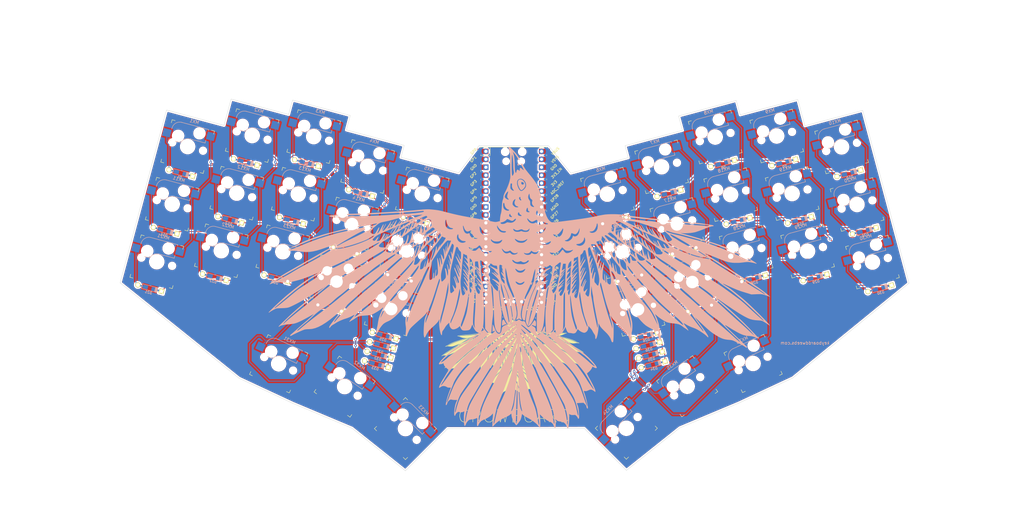
<source format=kicad_pcb>
(kicad_pcb (version 20211014) (generator pcbnew)
  (layers (0 "F.Cu" signal) (31 "B.Cu" signal) (34 "B.Paste" user) (35 "F.Paste" user) (36 "B.SilkS" user "B.Silkscreen") (37 "F.SilkS" user "F.Silkscreen") (38 "B.Mask" user) (39 "F.Mask" user) (44 "Edge.Cuts" user))
  (net 0 "")
  (net 1 "Net-(D1-Pad2)")
  (net 2 "Net-(D2-Pad2)")
  (net 3 "Net-(D3-Pad2)")
  (net 4 "Net-(D4-Pad2)")
  (net 5 "Net-(D5-Pad2)")
  (net 6 "Net-(D6-Pad2)")
  (net 7 "Net-(D7-Pad2)")
  (net 8 "Net-(D8-Pad2)")
  (net 9 "Net-(D9-Pad2)")
  (net 10 "Net-(D10-Pad2)")
  (net 11 "Net-(D11-Pad2)")
  (net 12 "Net-(D12-Pad2)")
  (net 13 "Net-(D13-Pad2)")
  (net 14 "Net-(D14-Pad2)")
  (net 15 "Net-(D15-Pad2)")
  (net 16 "Net-(D16-Pad2)")
  (net 17 "Net-(D17-Pad2)")
  (net 18 "Net-(D18-Pad2)")
  (net 19 "Net-(D19-Pad2)")
  (net 20 "Net-(D20-Pad2)")
  (net 21 "Net-(D21-Pad2)")
  (net 22 "Net-(D22-Pad2)")
  (net 23 "Net-(D23-Pad2)")
  (net 24 "Net-(D24-Pad2)")
  (net 25 "Net-(D25-Pad2)")
  (net 26 "Net-(D26-Pad2)")
  (net 27 "Net-(D27-Pad2)")
  (net 28 "Net-(D28-Pad2)")
  (net 29 "Net-(D29-Pad2)")
  (net 30 "Net-(D30-Pad2)")
  (net 31 "Net-(D31-Pad2)")
  (net 32 "Net-(D32-Pad2)")
  (net 33 "Net-(D33-Pad2)")
  (net 34 "Net-(D34-Pad2)")
  (net 35 "Net-(D35-Pad2)")
  (net 36 "Net-(D36-Pad2)")
  (net 66 "ROW0")
  (net 67 "ROW1")
  (net 68 "ROW2")
  (net 69 "ROW3")
  (net 70 "COL0")
  (net 71 "COL1")
  (net 72 "COL2")
  (net 73 "COL3")
  (net 74 "COL4")
  (net 75 "COL5")
  (net 76 "COL6")
  (net 77 "COL7")
  (net 78 "COL8")
  (net 79 "COL9")
  (footprint "keyswitches:Kailh_socket_MX" (layer "F.Cu") (at 92.544629 88.346139 -15)
    (fp_text reference "MX24")
    (fp_text value "MX-NoLED")
  )
  (footprint "Keebio-Parts:Diode-Hybrid-Back" (layer "F.Cu") (at 37.807177 72.035781 -15)
    (fp_text reference "D11")
    (fp_text value "D_Small" hide)
  )
  (footprint "Keebio-Parts:Diode-Hybrid-Back" (layer "F.Cu") (at 198.625196 60.088103 15)
    (fp_text reference "D7")
    (fp_text value "D_Small" hide)
  )
  (footprint "keyswitches:Kailh_socket_MX" (layer "F.Cu") (at 65.603861 41.683359 -15)
    (fp_text reference "MX2")
    (fp_text value "MX-NoLED")
  )
  (footprint "Keebio-Parts:Diode-Hybrid-Back" (layer "F.Cu") (at 261.018173 72.131221 15)
    (fp_text reference "D20")
    (fp_text value "D_Small" hide)
  )
  (footprint "keyswitches:Kailh_socket_MX" (layer "F.Cu") (at 223.285982 78.954529 15)
    (fp_text reference "MX28")
    (fp_text value "MX-NoLED")
  )
  (footprint "Keebio-Parts:Diode-Hybrid-Back" (layer "F.Cu") (at 100.200154 59.992663 -15)
    (fp_text reference "D4")
    (fp_text value "D_Small" hide)
  )
  (footprint "Keebio-Parts:Diode-Hybrid-Back" (layer "F.Cu") (at 112.64335 87.157571 -15)
    (fp_text reference "D15")
    (fp_text value "D_Small" hide)
  )
  (footprint "Keebio-Parts:Diode-Hybrid-Back" (layer "F.Cu") (at 107.712848 105.558458 -15)
    (fp_text reference "D25")
    (fp_text value "D_Small" hide)
  )
  (footprint "keyswitches:Kailh_socket_MX" (layer "F.Cu") (at 40.06699 63.602042 -15)
    (fp_text reference "MX11")
    (fp_text value "MX-NoLED")
  )
  (footprint "Keebio-Parts:Diode-Hybrid-Back" (layer "F.Cu") (at 203.555698 78.48899 15)
    (fp_text reference "D17")
    (fp_text value "D_Small" hide)
  )
  (footprint "Keebio-Parts:Diode-Hybrid-Back" (layer "F.Cu") (at 240.357472 68.627984 15)
    (fp_text reference "D19")
    (fp_text value "D_Small" hide)
  )
  (footprint "keyswitches:Kailh_socket_MX" (layer "F.Cu") (at 85.237373 42.01364 -15)
    (fp_text reference "MX3")
    (fp_text value "MX-NoLED")
  )
  (footprint "Keebio-Parts:Diode-Hybrid-Back" (layer "F.Cu") (at 95.269651 78.39355 -15)
    (fp_text reference "D14")
    (fp_text value "D_Small" hide)
  )
  (footprint "Keebio-Parts:Diode-Hybrid-Back" (layer "F.Cu") (at 73.170887 87.263712 -15)
    (fp_text reference "D23")
    (fp_text value "D_Small" hide)
  )
  (footprint "keyswitches:Kailh_socket_MX" (layer "F.Cu") (at 201.187218 70.084367 15)
    (fp_text reference "MX17")
    (fp_text value "MX-NoLED")
  )
  (footprint "keyswitches:Kailh_socket_MX" (layer "F.Cu") (at 204.476745 121.794971 35)
    (fp_text reference "MX35")
    (fp_text value "MX-NoLED")
  )
  (footprint "Keebio-Parts:Diode-Hybrid-Back" (layer "F.Cu") (at 220.72396 68.958265 15)
    (fp_text reference "D18")
    (fp_text value "D_Small" hide)
  )
  (footprint "Keebio-Parts:Diode-Hybrid-Back" (layer "F.Cu") (at 58.467877 68.532544 -15)
    (fp_text reference "D12")
    (fp_text value "D_Small" hide)
  )
  (footprint "keyswitches:Kailh_socket_MX" (layer "F.Cu") (at 35.136488 82.002929 -15)
    (fp_text reference "MX21")
    (fp_text value "MX-NoLED")
  )
  (footprint "Keebio-Parts:Diode-Hybrid-Back" (layer "F.Cu") (at 53.537375 86.933431 -15)
    (fp_text reference "D22")
    (fp_text value "D_Small" hide)
  )
  (footprint "Keebio-Parts:Diode-Hybrid-Back" (layer "F.Cu") (at 90.339149 96.794437 -15)
    (fp_text reference "D24")
    (fp_text value "D_Small" hide)
  )
  (footprint "Keebio-Parts:Diode-Hybrid-Back" (layer "F.Cu") (at 82.917189 50.431204 -15)
    (fp_text reference "D3")
    (fp_text value "D_Small" hide)
  )
  (footprint "Keebio-Parts:Diode-Hybrid-Back" (layer "F.Cu") (at 32.876674 90.436668 -15)
    (fp_text reference "D21")
    (fp_text value "D_Small" hide)
  )
  (footprint "keyswitches:Kailh_socket_MX" (layer "F.Cu") (at 233.058489 41.822474 15)
    (fp_text reference "MX9")
    (fp_text value "MX-NoLED")
  )
  (footprint "keyswitches:Kailh_socket_MX" (layer "F.Cu") (at 55.742855 78.485133 -15)
    (fp_text reference "MX22")
    (fp_text value "MX-NoLED")
  )
  (footprint "keyswitches:Kailh_socket_MX" (layer "F.Cu") (at 44.997493 45.201155 -15)
    (fp_text reference "MX1")
    (fp_text value "MX-NoLED")
  )
  (footprint "keyswitches:Kailh_socket_MX" (layer "F.Cu") (at 188.798355 97.234716 15)
    (fp_text reference "MX26")
    (fp_text value "MX-NoLED")
  )
  (footprint "keyswitches:Kailh_socket_MX" (layer "F.Cu") (at 114.528634 135.324258 -45)
    (fp_text reference "MX33")
    (fp_text value "MX-NoLED")
  )
  (footprint "keyswitches:Kailh_socket_MX" (layer "F.Cu") (at 119.888 60.337503 -15)
    (fp_text reference "MX5")
    (fp_text value "MX-NoLED")
  )
  (footprint "Keebio-Parts:Diode-Hybrid-Back" (layer "F.Cu") (at 181.251497 68.852123 15)
    (fp_text reference "D6")
    (fp_text value "D_Small" hide)
  )
  (footprint "Keebio-Parts:Diode-Hybrid-Back" (layer "F.Cu") (at 42.804087 53.652688 -15)
    (fp_text reference "D1")
    (fp_text value "D_Small" hide)
  )
  (footprint "keyswitches:Kailh_socket_MX" (layer "F.Cu") (at 263.634529 82.112927 15)
    (fp_text reference "MX30")
    (fp_text value "MX-NoLED")
  )
  (footprint "keyswitches:Kailh_socket_MX" (layer "F.Cu") (at 253.773523 45.311153 15)
    (fp_text reference "MX10")
    (fp_text value "MX-NoLED")
  )
  (footprint "keyswitches:Kailh_socket_MX" (layer "F.Cu") (at 178.991683 60.418384 15)
    (fp_text reference "MX6")
    (fp_text value "MX-NoLED")
  )
  (footprint "keyswitches:Kailh_socket_MX" (layer "F.Cu") (at 97.475132 69.945252 -15)
    (fp_text reference "MX14")
    (fp_text value "MX-NoLED")
  )
  (footprint "Keebio-Parts:Diode-Hybrid-Back" (layer "F.Cu") (at 191.934253 108.720712 15)
    (fp_text reference "D36")
    (fp_text value "D_Small" hide)
  )
  (footprint "keyswitches:Kailh_socket_MX" (layer "F.Cu") (at 183.867852 78.833829 15)
    (fp_text reference "MX16")
    (fp_text value "MX-NoLED")
  )
  (footprint "keyswitches:Kailh_socket_MX" (layer "F.Cu") (at 75.376368 78.815414 -15)
    (fp_text reference "MX23")
    (fp_text value "MX-NoLED")
  )
  (footprint "keyswitches:Kailh_socket_MX" (layer "F.Cu") (at 80.306871 60.414527 -15)
    (fp_text reference "MX13")
    (fp_text value "MX-NoLED")
  )
  (footprint "keyswitches:Kailh_socket_MX" (layer "F.Cu") (at 237.988992 60.223361 15)
    (fp_text reference "MX19")
    (fp_text value "MX-NoLED")
  )
  (footprint "keyswitches:Kailh_socket_MX" (layer "F.Cu") (at 95.115308 121.904969 -35)
    (fp_text reference "MX32")
    (fp_text value "MX-NoLED")
  )
  (footprint "MCU_RaspberryPi_and_Boards:RPi_Pico_SMD_TH" (layer "F.Cu") (at 149.098 70.866)
    (fp_text reference "U1")
    (fp_text value "Pico")
  )
  (footprint "Keebio-Parts:Diode-Hybrid-Back" (layer "F.Cu") (at 193.577754 114.854341 15)
    (fp_text reference "D34")
    (fp_text value "D_Small" hide)
  )
  (footprint "Keebio-Parts:Diode-Hybrid-Back" (layer "F.Cu") (at 191.112502 105.653897 15)
    (fp_text reference "D26")
    (fp_text value "D_Small" hide)
  )
  (footprint "keyswitches:Kailh_socket_MX" (layer "F.Cu") (at 185.06342 135.21426 45)
    (fp_text reference "MX34")
    (fp_text value "MX-NoLED")
  )
  (footprint "keyswitches:Kailh_socket_MX" (layer "F.Cu") (at 114.903164 78.723831 -15)
    (fp_text reference "MX15")
    (fp_text value "MX-NoLED")
  )
  (footprint "keyswitches:Kailh_socket_MX" (layer "F.Cu") (at 196.311048 51.668921 15)
    (fp_text reference "MX7")
    (fp_text value "MX-NoLED")
  )
  (footprint "keyswitches:Kailh_socket_MX" (layer "F.Cu") (at 109.972661 97.124718 -15)
    (fp_text reference "MX25")
    (fp_text value "MX-NoLED")
  )
  (footprint "Keebio-Parts:Diode-Hybrid-Back" (layer "F.Cu") (at 208.486201 96.889877 15)
    (fp_text reference "D27")
    (fp_text value "D_Small" hide)
  )
  (footprint "Keebio-Parts:Diode-Hybrid-Back" (layer "F.Cu") (at 245.287975 87.028871 15)
    (fp_text reference "D29")
    (fp_text value "D_Small" hide)
  )
  (footprint "Keebio-Parts:Diode-Hybrid-Back" (layer "F.Cu") (at 63.39838 50.131657 -15)
    (fp_text reference "D2")
    (fp_text value "D_Small" hide)
  )
  (footprint "Keebio-Parts:Diode-Hybrid-Back" (layer "F.Cu") (at 105.255814 114.728233 -15)
    (fp_text reference "D33")
    (fp_text value "D_Small" hide)
  )
  (footprint "keyswitches:Kailh_socket_MX" (layer "F.Cu") (at 258.704026 63.71204 15)
    (fp_text reference "MX20")
    (fp_text value "MX-NoLED")
  )
  (footprint "crow:crow50" (layer "F.Cu") (at 147.175 111.1)
    (fp_text reference "G***")
    (fp_text value "LOGO" hide)
  )
  (footprint "keyswitches:Kailh_socket_MX" (layer "F.Cu") (at 102.459968 51.558923 -15)
    (fp_text reference "MX4")
    (fp_text value "MX-NoLED")
  )
  (footprint "Keebio-Parts:Diode-Hybrid-Back" (layer "F.Cu") (at 235.312266 50.257832 15)
    (fp_text reference "D9")
    (fp_text value "D_Small" hide)
  )
  (footprint "keyswitches:Kailh_socket_MX" (layer "F.Cu") (at 206.117721 88.485254 15)
    (fp_text reference "MX27")
    (fp_text value "MX-NoLED")
  )
  (footprint "keyswitches:Kailh_socket_MX" (layer "F.Cu") (at 225.533571 114.50931 25)
    (fp_text reference "MX36")
    (fp_text value "MX-NoLED")
  )
  (footprint "Keebio-Parts:Diode-Hybrid-Back" (layer "F.Cu") (at 186.182 87.25301 15)
    (fp_text reference "D16")
    (fp_text value "D_Small" hide)
  )
  (footprint "Keebio-Parts:Diode-Hybrid-Back" (layer "F.Cu") (at 225.654463 87.359152 15)
    (fp_text reference "D28")
    (fp_text value "D_Small" hide)
  )
  (footprint "Keebio-Parts:Diode-Hybrid-Back" (layer "F.Cu") (at 265.948676 90.532108 15)
    (fp_text reference "D30")
    (fp_text value "D_Small" hide)
  )
  (footprint "Keebio-Parts:Diode-Hybrid-Back" (layer "F.Cu") (at 256.08767 53.730334 15)
    (fp_text reference "D10")
    (fp_text value "D_Small" hide)
  )
  (footprint "keyswitches:Kailh_socket_MX" (layer "F.Cu") (at 213.424976 42.152755 15)
    (fp_text reference "MX8")
    (fp_text value "MX-NoLED")
  )
  (footprint "Keebio-Parts:Diode-Hybrid-Back" (layer "F.Cu") (at 215.793457 50.557378 15)
    (fp_text reference "D8")
    (fp_text value "D_Small" hide)
  )
  (footprint "keyswitches:Kailh_socket_MX" (layer "F.Cu") (at 242.919495 78.624248 15)
    (fp_text reference "MX29")
    (fp_text value "MX-NoLED")
  )
  (footprint "Keebio-Parts:Diode-Hybrid-Back" (layer "F.Cu") (at 106.077564 111.661419 -15)
    (fp_text reference "D32")
    (fp_text value "D_Small" hide)
  )
  (footprint "Keebio-Parts:Diode-Hybrid-Back" (layer "F.Cu") (at 78.10139 68.862825 -15)
    (fp_text reference "D13")
    (fp_text value "D_Small" hide)
  )
  (footprint "Keebio-Parts:Diode-Hybrid-Back" (layer "F.Cu") (at 192.756003 111.787526 15)
    (fp_text reference "D35")
    (fp_text value "D_Small" hide)
  )
  (footprint "Keebio-Parts:Diode-Hybrid-Back" (layer "F.Cu") (at 106.891097 108.625272 -15)
    (fp_text reference "D31")
    (fp_text value "D_Small" hide)
  )
  (footprint "Keebio-Parts:Diode-Hybrid-Back" (layer "F.Cu") (at 117.573853 68.756684 -15)
    (fp_text reference "D5")
    (fp_text value "D_Small" hide)
  )
  (footprint "keyswitches:Kailh_socket_MX" (layer "F.Cu") (at 60.673358 60.084246 -15)
    (fp_text reference "MX12")
    (fp_text value "MX-NoLED")
  )
  (footprint "keyswitches:Kailh_socket_MX" (layer "F.Cu") (at 218.355479 60.553642 15)
    (fp_text reference "MX18")
    (fp_text value "MX-NoLED")
  )
  (footprint "keyswitches:Kailh_socket_MX" (layer "F.Cu") (at 74.058482 114.619308 -25)
    (fp_text reference "MX31")
    (fp_text value "MX-NoLED")
  )
  (footprint "crow:crow175" (layer "B.Cu") (at 156.464 89.408 180)
    (fp_text reference "G***")
    (fp_text value "LOGO" hide)
  )
  (gr_line (start 58.875 30.025) (end 77.25 34.95) (layer "Edge.Cuts") (width 0.1))
  (gr_line (start 171.6 135.225) (end 128 135.325) (layer "Edge.Cuts") (width 0.1))
  (gr_line (start 97.45 135.175) (end 78.65 127.275) (layer "Edge.Cuts") (width 0.1))
  (gr_line (start 77.25 34.95) (end 78.5 30.35) (layer "Edge.Cuts") (width 0.1))
  (gr_line (start 201.75 35.425) (end 202.975 40.025) (layer "Edge.Cuts") (width 0.1))
  (gr_line (start 38.25 33.525) (end 56.625 38.45) (layer "Edge.Cuts") (width 0.1))
  (gr_line (start 202.125 135.075) (end 185.075 148.675) (layer "Edge.Cuts") (width 0.1))
  (gr_line (start 239.8 30.175) (end 221.4 35.075) (layer "Edge.Cuts") (width 0.1))
  (gr_line (start 220.15 30.475) (end 201.75 35.425) (layer "Edge.Cuts") (width 0.1))
  (gr_line (start 138.05 44.875) (end 131.55 53.6) (layer "Edge.Cuts") (width 0.1))
  (gr_line (start 114.125 44.825) (end 113.1 48.65) (layer "Edge.Cuts") (width 0.1))
  (gr_line (start 113.1 48.65) (end 131.55 53.6) (layer "Edge.Cuts") (width 0.1))
  (gr_line (start 242.05 38.575) (end 239.8 30.175) (layer "Edge.Cuts") (width 0.1))
  (gr_line (start 23.45 88.75) (end 38.25 33.525) (layer "Edge.Cuts") (width 0.1))
  (gr_line (start 185.675 48.775) (end 167.325 53.7) (layer "Edge.Cuts") (width 0.1))
  (gr_line (start 128 135.325) (end 114.525 148.8) (layer "Edge.Cuts") (width 0.1))
  (gr_line (start 260.525 33.65) (end 275.3 88.85) (layer "Edge.Cuts") (width 0.1))
  (gr_line (start 238.2 119.125) (end 220.925 127.175) (layer "Edge.Cuts") (width 0.1))
  (gr_line (start 78.65 127.275) (end 61.4 119.225) (layer "Edge.Cuts") (width 0.1))
  (gr_line (start 56.625 38.45) (end 58.875 30.025) (layer "Edge.Cuts") (width 0.1))
  (gr_line (start 184.65 44.925) (end 185.675 48.775) (layer "Edge.Cuts") (width 0.1))
  (gr_line (start 95.675 39.9) (end 114.125 44.825) (layer "Edge.Cuts") (width 0.1))
  (gr_line (start 114.525 148.8) (end 97.45 135.175) (layer "Edge.Cuts") (width 0.1))
  (gr_line (start 275.3 88.85) (end 238.2 119.125) (layer "Edge.Cuts") (width 0.1))
  (gr_line (start 78.5 30.35) (end 96.9 35.275) (layer "Edge.Cuts") (width 0.1))
  (gr_line (start 220.925 127.175) (end 202.125 135.075) (layer "Edge.Cuts") (width 0.1))
  (gr_line (start 96.9 35.275) (end 95.675 39.9) (layer "Edge.Cuts") (width 0.1))
  (gr_line (start 61.4 119.225) (end 23.45 88.75) (layer "Edge.Cuts") (width 0.1))
  (gr_line (start 185.075 148.675) (end 171.6 135.225) (layer "Edge.Cuts") (width 0.1))
  (gr_line (start 202.975 40.025) (end 184.65 44.925) (layer "Edge.Cuts") (width 0.1))
  (gr_line (start 260.525 33.65) (end 242.05 38.575) (layer "Edge.Cuts") (width 0.1))
  (gr_line (start 221.4 35.075) (end 220.15 30.475) (layer "Edge.Cuts") (width 0.1))
  (gr_line (start 160.175 44.875) (end 138.05 44.875) (layer "Edge.Cuts") (width 0.1))
  (gr_line (start 167.325 53.7) (end 160.175 44.875) (layer "Edge.Cuts") (width 0.1))
  (gr_text "keyboarddweebs.com" (at 242.062 107.95) (layer "B.SilkS") (effects (font (size 1 1)) (justify mirror)))
  (gr_text "CROWBOARD" (at 149.3 131.375) (layer "F.SilkS") (effects (font (size 4 4))))
  (segment (start 39.036976 44.565748) (end 39.036976 52.643294) (width 0.25) (layer "B.Cu") (net 1))
  (segment (start 38.352494 40.791031) (end 38.352494 43.881266) (width 0.25) (layer "B.Cu") (net 1))
  (segment (start 38.352494 43.881266) (end 39.036976 44.565748) (width 0.25) (layer "B.Cu") (net 1))
  (segment (start 58.958862 48.449856) (end 59.631269 49.122263) (width 0.25) (layer "B.Cu") (net 2))
  (segment (start 58.958862 37.273235) (end 58.958862 48.449856) (width 0.25) (layer "B.Cu") (net 2))
  (segment (start 78.592374 37.603516) (end 78.592374 48.864106) (width 0.25) (layer "B.Cu") (net 3))
  (segment (start 78.592374 48.864106) (end 79.150078 49.42181) (width 0.25) (layer "B.Cu") (net 3))
  (segment (start 95.814969 58.365195) (end 96.433043 58.983269) (width 0.25) (layer "B.Cu") (net 4))
  (segment (start 95.814969 47.148799) (end 95.814969 58.365195) (width 0.25) (layer "B.Cu") (net 4))
  (segment (start 113.243001 55.927379) (end 113.243001 67.183549) (width 0.25) (layer "B.Cu") (net 5))
  (segment (start 113.243001 67.183549) (end 113.806742 67.74729) (width 0.25) (layer "B.Cu") (net 5))
  (segment (start 171.031883 63.409014) (end 177.484386 69.861517) (width 0.25) (layer "B.Cu") (net 6))
  (segment (start 171.031883 59.921604) (end 171.031883 63.409014) (width 0.25) (layer "B.Cu") (net 6))
  (segment (start 188.351248 54.59066) (end 194.858085 61.097497) (width 0.25) (layer "B.Cu") (net 7))
  (segment (start 188.351248 51.172141) (end 188.351248 54.59066) (width 0.25) (layer "B.Cu") (net 7))
  (segment (start 205.465176 45.005602) (end 212.026346 51.566772) (width 0.25) (layer "B.Cu") (net 8))
  (segment (start 205.465176 41.655975) (end 205.465176 45.005602) (width 0.25) (layer "B.Cu") (net 8))
  (segment (start 225.098689 41.325694) (end 225.098689 44.82076) (width 0.25) (layer "B.Cu") (net 9))
  (segment (start 225.098689 44.82076) (end 231.545155 51.267226) (width 0.25) (layer "B.Cu") (net 9))
  (segment (start 245.813723 48.232892) (end 252.320559 54.739728) (width 0.25) (layer "B.Cu") (net 10))
  (segment (start 245.813723 44.814373) (end 245.813723 48.232892) (width 0.25) (layer "B.Cu") (net 10))
  (segment (start 33.421991 59.191918) (end 33.421991 70.408312) (width 0.25) (layer "B.Cu") (net 11))
  (segment (start 33.421991 70.408312) (end 34.040066 71.026387) (width 0.25) (layer "B.Cu") (net 11))
  (segment (start 54.028359 55.674122) (end 54.028359 66.850743) (width 0.25) (layer "B.Cu") (net 12))
  (segment (start 54.028359 66.850743) (end 54.700766 67.52315) (width 0.25) (layer "B.Cu") (net 12))
  (segment (start 73.661872 56.004403) (end 73.661872 67.181024) (width 0.25) (layer "B.Cu") (net 13))
  (segment (start 73.661872 67.181024) (end 74.334279 67.853431) (width 0.25) (layer "B.Cu") (net 13))
  (segment (start 90.830133 76.711749) (end 91.50254 77.384156) (width 0.25) (layer "B.Cu") (net 14))
  (segment (start 90.830133 65.535128) (end 90.830133 76.711749) (width 0.25) (layer "B.Cu") (net 14))
  (segment (start 108.258165 85.530103) (end 108.876239 86.148177) (width 0.25) (layer "B.Cu") (net 15))
  (segment (start 108.258165 74.313707) (end 108.258165 85.530103) (width 0.25) (layer "B.Cu") (net 15))
  (segment (start 175.908052 78.337049) (end 175.908052 81.755567) (width 0.25) (layer "B.Cu") (net 16))
  (segment (start 175.908052 81.755567) (end 182.414889 88.262404) (width 0.25) (layer "B.Cu") (net 16))
  (segment (start 199.788587 77.442851) (end 199.788587 79.498384) (width 0.25) (layer "B.Cu") (net 17))
  (segment (start 193.227418 69.587587) (end 193.227418 70.881682) (width 0.25) (layer "B.Cu") (net 17))
  (segment (start 193.227418 70.881682) (end 199.788587 77.442851) (width 0.25) (layer "B.Cu") (net 17))
  (segment (start 210.395679 63.406489) (end 216.956849 69.967659) (width 0.25) (layer "B.Cu") (net 18))
  (segment (start 210.395679 60.056862) (end 210.395679 63.406489) (width 0.25) (layer "B.Cu") (net 18))
  (segment (start 230.029192 63.076209) (end 236.590361 69.637378) (width 0.25) (layer "B.Cu") (net 19))
  (segment (start 230.029192 59.726581) (end 230.029192 63.076209) (width 0.25) (layer "B.Cu") (net 19))
  (segment (start 250.744226 63.21526) (end 250.744226 66.633779) (width 0.25) (layer "B.Cu") (net 20))
  (segment (start 250.744226 66.633779) (end 257.251062 73.140615) (width 0.25) (layer "B.Cu") (net 20))
  (segment (start 28.491489 77.592805) (end 28.491489 88.8092) (width 0.25) (layer "B.Cu") (net 21))
  (segment (start 28.491489 88.8092) (end 29.109563 89.427274) (width 0.25) (layer "B.Cu") (net 21))
  (segment (start 49.097856 74.075009) (end 49.097856 85.251629) (width 0.25) (layer "B.Cu") (net 22))
  (segment (start 49.097856 85.251629) (end 49.770264 85.924037) (width 0.25) (layer "B.Cu") (net 22))
  (segment (start 68.731369 85.581911) (end 69.403776 86.254318) (width 0.25) (layer "B.Cu") (net 23))
  (segment (start 68.731369 74.40529) (end 68.731369 85.581911) (width 0.25) (layer "B.Cu") (net 23))
  (segment (start 85.89963 83.936015) (end 85.89963 95.112635) (width 0.25) (layer "B.Cu") (net 24))
  (segment (start 85.89963 95.112635) (end 86.572038 95.785043) (width 0.25) (layer "B.Cu") (net 24))
  (segment (start 103.327662 92.714594) (end 103.327662 103.930989) (width 0.25) (layer "B.Cu") (net 25))
  (segment (start 103.327662 103.930989) (end 103.945737 104.549064) (width 0.25) (layer "B.Cu") (net 25))
  (segment (start 180.838555 100.156455) (end 187.345391 106.663291) (width 0.25) (layer "B.Cu") (net 26))
  (segment (start 180.838555 96.737936) (end 180.838555 100.156455) (width 0.25) (layer "B.Cu") (net 26))
  (segment (start 198.157921 91.338102) (end 204.71909 97.899271) (width 0.25) (layer "B.Cu") (net 27))
  (segment (start 198.157921 87.988474) (end 198.157921 91.338102) (width 0.25) (layer "B.Cu") (net 27))
  (segment (start 215.326182 78.457749) (end 215.326182 81.807376) (width 0.25) (layer "B.Cu") (net 28))
  (segment (start 215.326182 81.807376) (end 221.887352 88.368546) (width 0.25) (layer "B.Cu") (net 28))
  (segment (start 234.959695 81.477096) (end 241.520864 88.038265) (width 0.25) (layer "B.Cu") (net 29))
  (segment (start 234.959695 78.127468) (end 234.959695 81.477096) (width 0.25) (layer "B.Cu") (net 29))
  (segment (start 255.674729 81.616147) (end 255.674729 85.034666) (width 0.25) (layer "B.Cu") (net 30))
  (segment (start 255.674729 85.034666) (end 262.181565 91.541502) (width 0.25) (layer "B.Cu") (net 30))
  (segment (start 68.280246 109.122292) (end 69.78666 107.615878) (width 0.25) (layer "B.Cu") (net 31))
  (segment (start 69.78666 107.615878) (end 103.123986 107.615878) (width 0.25) (layer "B.Cu") (net 31))
  (segment (start 92.58 108.065398) (end 99.723826 108.065398) (width 0.25) (layer "B.Cu") (net 32))
  (segment (start 90.379403 110.265995) (end 92.58 108.065398) (width 0.25) (layer "B.Cu") (net 32))
  (segment (start 99.723826 108.065398) (end 102.310453 110.652025) (width 0.25) (layer "B.Cu") (net 32))
  (segment (start 90.379403 115.488085) (end 90.379403 110.265995) (width 0.25) (layer "B.Cu") (net 32))
  (segment (start 110.978958 128.18248) (end 110.978958 126.414713) (width 0.25) (layer "B.Cu") (net 33))
  (segment (start 110.978958 126.414713) (end 101.488703 116.924458) (width 0.25) (layer "B.Cu") (net 33))
  (segment (start 101.488703 116.924458) (end 101.488703 113.718839) (width 0.25) (layer "B.Cu") (net 33))
  (segment (start 177.921642 138.763936) (end 177.921642 127.752736) (width 0.25) (layer "B.Cu") (net 34))
  (segment (start 177.921642 127.752736) (end 189.810643 115.863735) (width 0.25) (layer "B.Cu") (net 34))
  (segment (start 187.54989 117.09989) (end 187.54989 117.80989) (width 0.25) (layer "F.Cu") (net 35))
  (segment (start 187.54989 117.80989) (end 188.25 118.51) (width 0.25) (layer "F.Cu") (net 35))
  (via (at 187.54989 117.09989) (size 0.8) (drill 0.4) (layers "F.Cu" "B.Cu") (net 35))
  (via (at 188.25 118.51) (size 0.8) (drill 0.4) (layers "F.Cu" "B.Cu") (net 35))
  (segment (start 187.54989 114.235922) (end 187.54989 117.09989) (width 0.25) (layer "B.Cu") (net 35))
  (segment (start 188.988892 112.79692) (end 187.54989 114.235922) (width 0.25) (layer "B.Cu") (net 35))
  (segment (start 193.790563 124.050563) (end 196.827071 124.050563) (width 0.25) (layer "B.Cu") (net 35))
  (segment (start 188.25 118.51) (end 193.790563 124.050563) (width 0.25) (layer "B.Cu") (net 35))
  (segment (start 186.49489 118.15489) (end 186.49489 118.60489) (width 0.25) (layer "F.Cu") (net 36))
  (segment (start 186.49489 118.60489) (end 187.294488 119.404488) (width 0.25) (layer "F.Cu") (net 36))
  (via (at 186.49489 118.15489) (size 0.8) (drill 0.4) (layers "F.Cu" "B.Cu") (net 36))
  (via (at 187.294488 119.404488) (size 0.8) (drill 0.4) (layers "F.Cu" "B.Cu") (net 36))
  (segment (start 187.464465 119.234511) (end 188.338793 119.234511) (width 0.25) (layer "B.Cu") (net 36))
  (segment (start 188.338793 119.234511) (end 199.854282 130.75) (width 0.25) (layer "B.Cu") (net 36))
  (segment (start 204.03 130.75) (end 217.608434 117.171566) (width 0.25) (layer "B.Cu") (net 36))
  (segment (start 188.167142 109.730106) (end 186.49489 111.402358) (width 0.25) (layer "B.Cu") (net 36))
  (segment (start 186.49489 111.402358) (end 186.49489 118.15489) (width 0.25) (layer "B.Cu") (net 36))
  (segment (start 199.854282 130.75) (end 204.03 130.75) (width 0.25) (layer "B.Cu") (net 36))
  (segment (start 217.608434 117.171566) (end 217.608434 115.402282) (width 0.25) (layer "B.Cu") (net 36))
  (segment (start 187.294488 119.404488) (end 187.464465 119.234511) (width 0.25) (layer "B.Cu") (net 36))
  (segment (start 121.340964 69.766078) (end 121.340964 75.197986) (width 0.25) (layer "F.Cu") (net 66))
  (segment (start 149.779489 65.690511) (end 182.86639 65.690511) (width 0.25) (layer "F.Cu") (net 66))
  (segment (start 86.6843 51.440598) (end 96.245759 61.002057) (width 0.25) (layer "F.Cu") (net 66))
  (segment (start 219.560568 49.547984) (end 238.779831 49.547984) (width 0.25) (layer "F.Cu") (net 66))
  (segment (start 112.731286 69.766078) (end 121.340964 69.766078) (width 0.25) (layer "F.Cu") (net 66))
  (segment (start 67.165491 51.141051) (end 86.384753 51.141051) (width 0.25) (layer "F.Cu") (net 66))
  (segment (start 147.48 67.99) (end 149.779489 65.690511) (width 0.25) (layer "F.Cu") (net 66))
  (segment (start 138.598978 92.456) (end 140.208 92.456) (width 0.25) (layer "F.Cu") (net 66))
  (segment (start 239.079377 49.248438) (end 242.551879 52.72094) (width 0.25) (layer "F.Cu") (net 66))
  (segment (start 147.48 85.184) (end 147.48 67.99) (width 0.25) (layer "F.Cu") (net 66))
  (segment (start 182.86639 65.690511) (end 185.018608 67.842729) (width 0.25) (layer "F.Cu") (net 66))
  (segment (start 140.208 92.456) (end 147.48 85.184) (width 0.25) (layer "F.Cu") (net 66))
  (segment (start 96.245759 61.002057) (end 103.967265 61.002057) (width 0.25) (layer "F.Cu") (net 66))
  (segment (start 121.340964 75.197986) (end 138.598978 92.456) (width 0.25) (layer "F.Cu") (net 66))
  (segment (start 46.571198 54.662082) (end 50.092229 51.141051) (width 0.25) (layer "F.Cu") (net 66))
  (segment (start 242.551879 52.72094) (end 259.854781 52.72094) (width 0.25) (layer "F.Cu") (net 66))
  (segment (start 193.782628 59.078709) (end 202.392307 59.078709) (width 0.25) (layer "F.Cu") (net 66))
  (segment (start 211.923032 49.547984) (end 219.560568 49.547984) (width 0.25) (layer "F.Cu") (net 66))
  (segment (start 202.392307 59.078709) (end 211.923032 49.547984) (width 0.25) (layer "F.Cu") (net 66))
  (segment (start 238.779831 49.547984) (end 239.079377 49.248438) (width 0.25) (layer "F.Cu") (net 66))
  (segment (start 103.967265 61.002057) (end 112.731286 69.766078) (width 0.25) (layer "F.Cu") (net 66))
  (segment (start 50.092229 51.141051) (end 67.165491 51.141051) (width 0.25) (layer "F.Cu") (net 66))
  (segment (start 86.384753 51.141051) (end 86.6843 51.440598) (width 0.25) (layer "F.Cu") (net 66))
  (segment (start 185.018608 67.842729) (end 193.782628 59.078709) (width 0.25) (layer "F.Cu") (net 66))
  (segment (start 216.853534 67.948871) (end 224.491071 67.948871) (width 0.25) (layer "F.Cu") (net 67))
  (segment (start 123.239496 94.996) (end 116.410461 88.166965) (width 0.25) (layer "F.Cu") (net 67))
  (segment (start 99.036762 79.402944) (end 107.800783 88.166965) (width 0.25) (layer "F.Cu") (net 67))
  (segment (start 142.804859 90.494859) (end 147.92952 85.370197) (width 0.25) (layer "F.Cu") (net 67))
  (segment (start 140.208 94.996) (end 123.239496 94.996) (width 0.25) (layer "F.Cu") (net 67))
  (segment (start 154.231489 68.421489) (end 165.5008 68.421489) (width 0.25) (layer "F.Cu") (net 67))
  (segment (start 147.92952 68.176198) (end 149.777859 66.327859) (width 0.25) (layer "F.Cu") (net 67))
  (segment (start 81.53822 69.541938) (end 81.868501 69.872219) (width 0.25) (layer "F.Cu") (net 67))
  (segment (start 42.258354 72.361109) (end 59.415817 72.361109) (width 0.25) (layer "F.Cu") (net 67))
  (segment (start 152.137859 66.327859) (end 154.231489 68.421489) (width 0.25) (layer "F.Cu") (net 67))
  (segment (start 207.322809 77.479596) (end 216.853534 67.948871) (width 0.25) (layer "F.Cu") (net 67))
  (segment (start 243.794302 67.948871) (end 244.124583 67.61859) (width 0.25) (layer "F.Cu") (net 67))
  (segment (start 91.399226 79.402944) (end 99.036762 79.402944) (width 0.25) (layer "F.Cu") (net 67))
  (segment (start 183.322927 86.243616) (end 189.949111 86.243616) (width 0.25) (layer "F.Cu") (net 67))
  (segment (start 147.92952 85.370197) (end 147.92952 68.176198) (width 0.25) (layer "F.Cu") (net 67))
  (segment (start 224.491071 67.948871) (end 243.794302 67.948871) (width 0.25) (layer "F.Cu") (net 67))
  (segment (start 62.234988 69.541938) (end 81.53822 69.541938) (width 0.25) (layer "F.Cu") (net 67))
  (segment (start 198.713131 77.479596) (end 207.322809 77.479596) (width 0.25) (layer "F.Cu") (net 67))
  (segment (start 142.804859 92.399141) (end 142.804859 90.494859) (width 0.25) (layer "F.Cu") (net 67))
  (segment (start 140.208 94.996) (end 142.804859 92.399141) (width 0.25) (layer "F.Cu") (net 67))
  (segment (start 189.949111 86.243616) (end 198.713131 77.479596) (width 0.25) (layer "F.Cu") (net 67))
  (segment (start 247.62782 71.121827) (end 264.785284 71.121827) (width 0.25) (layer "F.Cu") (net 67))
  (segment (start 165.5008 68.421489) (end 183.322927 86.243616) (width 0.25) (layer "F.Cu") (net 67))
  (segment (start 59.415817 72.361109) (end 62.234988 69.541938) (width 0.25) (layer "F.Cu") (net 67))
  (segment (start 81.868501 69.872219) (end 91.399226 79.402944) (width 0.25) (layer "F.Cu") (net 67))
  (segment (start 107.800783 88.166965) (end 116.410461 88.166965) (width 0.25) (layer "F.Cu") (net 67))
  (segment (start 41.574288 73.045175) (end 42.258354 72.361109) (width 0.25) (layer "F.Cu") (net 67))
  (segment (start 149.777859 66.327859) (end 152.137859 66.327859) (width 0.25) (layer "F.Cu") (net 67))
  (segment (start 244.124583 67.61859) (end 247.62782 71.121827) (width 0.25) (layer "F.Cu") (net 67))
  (segment (start 40.147022 87.942825) (end 57.304486 87.942825) (width 0.25) (layer "F.Cu") (net 68))
  (segment (start 94.10626 97.803831) (end 102.715938 97.803831) (width 0.25) (layer "F.Cu") (net 68))
  (segment (start 167.636503 104.644503) (end 157.988 94.996) (width 0.25) (layer "F.Cu") (net 68))
  (segment (start 221.784037 86.349758) (end 229.421574 86.349758) (width 0.25) (layer "F.Cu") (net 68))
  (segment (start 86.468723 97.803831) (end 94.10626 97.803831) (width 0.25) (layer "F.Cu") (net 68))
  (segment (start 194.879613 104.644503) (end 203.643633 95.880483) (width 0.25) (layer "F.Cu") (net 68))
  (segment (start 111.479959 106.567852) (end 146.416148 106.567852) (width 0.25) (layer "F.Cu") (net 68))
  (segment (start 252.558323 89.522714) (end 269.715787 89.522714) (width 0.25) (layer "F.Cu") (net 68))
  (segment (start 248.724805 86.349758) (end 249.055086 86.019477) (width 0.25) (layer "F.Cu") (net 68))
  (segment (start 194.879613 104.644503) (end 167.636503 104.644503) (width 0.25) (layer "F.Cu") (net 68))
  (segment (start 249.055086 86.019477) (end 252.558323 89.522714) (width 0.25) (layer "F.Cu") (net 68))
  (segment (start 146.416148 106.567852) (end 157.988 94.996) (width 0.25) (layer "F.Cu") (net 68))
  (segment (start 203.643633 95.880483) (end 212.253312 95.880483) (width 0.25) (layer "F.Cu") (net 68))
  (segment (start 76.607717 87.942825) (end 76.937998 88.273106) (width 0.25) (layer "F.Cu") (net 68))
  (segment (start 102.715938 97.803831) (end 111.479959 106.567852) (width 0.25) (layer "F.Cu") (net 68))
  (segment (start 212.253312 95.880483) (end 221.784037 86.349758) (width 0.25) (layer "F.Cu") (net 68))
  (segment (start 229.421574 86.349758) (end 248.724805 86.349758) (width 0.25) (layer "F.Cu") (net 68))
  (segment (start 76.937998 88.273106) (end 86.468723 97.803831) (width 0.25) (layer "F.Cu") (net 68))
  (segment (start 36.643785 91.446062) (end 40.147022 87.942825) (width 0.25) (layer "F.Cu") (net 68))
  (segment (start 57.304486 87.942825) (end 76.607717 87.942825) (width 0.25) (layer "F.Cu") (net 68))
  (segment (start 197.344865 111.599883) (end 197.344865 113.844947) (width 0.25) (layer "F.Cu") (net 69))
  (segment (start 146.602346 107.017372) (end 156.419859 97.199859) (width 0.25) (layer "F.Cu") (net 69))
  (segment (start 109.022925 113.492563) (end 109.022925 115.737627) (width 0.25) (layer "F.Cu") (net 69))
  (segment (start 193.084069 105.094023) (end 167.450305 105.094023) (width 0.25) (layer "F.Cu") (net 69))
  (segment (start 110.658208 109.634666) (end 109.844675 110.448199) (width 0.25) (layer "F.Cu") (net 69))
  (segment (start 110.658208 109.634666) (end 113.275502 107.017372) (width 0.25) (layer "F.Cu") (net 69))
  (segment (start 156.419859 97.199859) (end 156.614299 97.394299) (width 0.25) (layer "F.Cu") (net 69))
  (segment (start 156.878598 97.13) (end 156.614299 97.394299) (width 0.25) (layer "F.Cu") (net 69))
  (segment (start 195.701364 107.711318) (end 193.084069 105.094023) (width 0.25) (layer "F.Cu") (net 69))
  (segment (start 196.523114 110.778132) (end 197.344865 111.599883) (width 0.25) (layer "F.Cu") (net 69))
  (segment (start 109.844675 112.670813) (end 109.022925 113.492563) (width 0.25) (layer "F.Cu") (net 69))
  (segment (start 167.450305 105.094023) (end 159.486282 97.13) (width 0.25) (layer "F.Cu") (net 69))
  (segment (start 109.844675 110.448199) (end 109.844675 112.670813) (width 0.25) (layer "F.Cu") (net 69))
  (segment (start 196.523114 108.533068) (end 196.523114 110.778132) (width 0.25) (layer "F.Cu") (net 69))
  (segment (start 195.701364 107.711318) (end 196.523114 108.533068) (width 0.25) (layer "F.Cu") (net 69))
  (segment (start 159.486282 97.13) (end 156.878598 97.13) (width 0.25) (layer "F.Cu") (net 69))
  (segment (start 113.275502 107.017372) (end 146.602346 107.017372) (width 0.25) (layer "F.Cu") (net 69))
  (via (at 156.614299 97.394299) (size 0.8) (drill 0.4) (layers "F.Cu" "B.Cu") (net 69))
  (segment (start 156.614299 93.829701) (end 157.988 92.456) (width 0.25) (layer "B.Cu") (net 69))
  (segment (start 156.614299 97.394299) (end 156.614299 93.829701) (width 0.25) (layer "B.Cu") (net 69))
  (segment (start 136.005861 73.089183) (end 135.767604 73.32744) (width 0.25) (layer "F.Cu") (net 70))
  (segment (start 136.005861 69.649117) (end 136.005861 73.089183) (width 0.25) (layer "F.Cu") (net 70))
  (segment (start 67.041531 48.4) (end 64.75 50.691531) (width 0.25) (layer "F.Cu") (net 70))
  (segment (start 88.542569 50.658728) (end 87.514321 49.63048) (width 0.25) (layer "F.Cu") (net 70))
  (segment (start 109.950701 64.442621) (end 109.950701 63.274653) (width 0.25) (layer "F.Cu") (net 70))
  (segment (start 126.216419 70.72996) (end 122.599661 67.113202) (width 0.25) (layer "F.Cu") (net 70))
  (segment (start 102.497604 58.55096) (end 102.234282 58.814283) (width 0.25) (layer "F.Cu") (net 70))
  (segment (start 99.34 59.02849) (end 93.697416 53.385906) (width 0.25) (layer "F.Cu") (net 70))
  (segment (start 92.787771 51.357439) (end 91.502561 51.357439) (width 0.25) (layer "F.Cu") (net 70))
  (segment (start 80.02 47.96) (end 78.692011 47.96) (width 0.25) (layer "F.Cu") (net 70))
  (segment (start 93.697416 52.267084) (end 92.787771 51.357439) (width 0.25) (layer "F.Cu") (net 70))
  (segment (start 109.950701 63.274653) (end 105.227008 58.55096) (width 0.25) (layer "F.Cu") (net 70))
  (segment (start 138.598978 67.056) (end 136.005861 69.649117) (width 0.25) (layer "F.Cu") (net 70))
  (segment (start 122.599661 67.113202) (end 118.254638 67.113202) (width 0.25) (layer "F.Cu") (net 70))
  (segment (start 72.44 48.4) (end 67.041531 48.4) (width 0.25) (layer "F.Cu") (net 70))
  (segment (start 90.15 52.71) (end 90.15 52.734282) (width 0.25) (layer "F.Cu") (net 70))
  (segment (start 135.767604 73.32744) (end 126.440312 73.32744) (width 0.25) (layer "F.Cu") (net 70))
  (segment (start 83.64 50.242011) (end 82.302011 50.242011) (width 0.25) (layer "F.Cu") (net 70))
  (segment (start 82.302011 50.242011) (end 80.02 47.96) (width 0.25) (layer "F.Cu") (net 70))
  (segment (start 76.41 50.242011) (end 74.282011 50.242011) (width 0.25) (layer "F.Cu") (net 70))
  (segment (start 116.865173 65.723739) (end 111.231819 65.723739) (width 0.25) (layer "F.Cu") (net 70))
  (segment (start 101.395944 59.652621) (end 99.34 59.652621) (width 0.25) (layer "F.Cu") (net 70))
  (segment (start 78.692011 47.96) (end 76.41 50.242011) (width 0.25) (layer "F.Cu") (net 70))
  (segment (start 87.514321 49.63048) (end 84.251531 49.63048) (width 0.25) (layer "F.Cu") (net 70))
  (segment (start 102.234282 58.814283) (end 101.395944 59.652621) (width 0.25) (layer "F.Cu") (net 70))
  (segment (start 111.231819 65.723739) (end 109.950701 64.442621) (width 0.25) (layer "F.Cu") (net 70))
  (segment (start 91.502561 51.357439) (end 90.15 52.71) (width 0.25) (layer "F.Cu") (net 70))
  (segment (start 89.707141 53.177141) (end 89.692279 53.177141) (width 0.25) (layer "F.Cu") (net 70))
  (segment (start 84.251531 49.63048) (end 83.64 50.242011) (width 0.25) (layer "F.Cu") (net 70))
  (segment (start 74.282011 50.242011) (end 72.44 48.4) (width 0.25) (layer "F.Cu") (net 70))
  (segment (start 126.440312 73.32744) (end 126.216419 73.103547) (width 0.25) (layer "F.Cu") (net 70))
  (segment (start 64.75 50.691531) (end 52.877465 50.691531) (width 0.25) (layer "F.Cu") (net 70))
  (segment (start 88.542569 52.027431) (end 88.542569 50.658728) (width 0.25) (layer "F.Cu") (net 70))
  (segment (start 140.208 67.056) (end 138.598978 67.056) (width 0.25) (layer "F.Cu") (net 70))
  (segment (start 126.216419 73.103547) (end 126.216419 70.72996) (width 0.25) (layer "F.Cu") (net 70))
  (segment (start 52.877465 50.691531) (end 52.387967 50.202033) (width 0.25) (layer "F.Cu") (net 70))
  (segment (start 118.254638 67.113202) (end 116.865173 65.723739) (width 0.25) (layer "F.Cu") (net 70))
  (segment (start 99.34 59.652621) (end 99.34 59.02849) (width 0.25) (layer "F.Cu") (net 70))
  (segment (start 89.692279 53.177141) (end 88.542569 52.027431) (width 0.25) (layer "F.Cu") (net 70))
  (segment (start 93.697416 53.385906) (end 93.697416 52.267084) (width 0.25) (layer "F.Cu") (net 70))
  (segment (start 90.15 52.734282) (end 89.707141 53.177141) (width 0.25) (layer "F.Cu") (net 70))
  (segment (start 105.227008 58.55096) (end 102.497604 58.55096) (width 0.25) (layer "F.Cu") (net 70))
  (via (at 52.387967 50.202033) (size 0.8) (drill 0.4) (layers "F.Cu" "B.Cu") (net 70))
  (segment (start 47.457464 60.323111) (end 46.25 61.530575) (width 0.25) (layer "B.Cu") (net 70))
  (segment (start 52.387967 41.922224) (end 52.372224 41.922224) (width 0.25) (layer "B.Cu") (net 70))
  (segment (start 46.25 75.00096) (end 42.526962 78.723998) (width 0.25) (layer "B.Cu") (net 70))
  (segment (start 52.387967 41.922224) (end 52.387967 55.392608) (width 0.25) (layer "B.Cu") (net 70))
  (segment (start 52.372224 41.922224) (end 52.05 41.6) (width 0.25) (layer "B.Cu") (net 70))
  (segment (start 52.387967 55.392608) (end 47.457464 60.323111) (width 0.25) (layer "B.Cu") (net 70))
  (segment (start 46.25 61.530575) (end 46.25 75.00096) (width 0.25) (layer "B.Cu") (net 70))
  (segment (start 93.247896 52.453282) (end 92.601573 51.806959) (width 0.25) (layer "F.Cu") (net 71))
  (segment (start 109.501181 64.628819) (end 109.501181 63.46085) (width 0.25) (layer "F.Cu") (net 71))
  (segment (start 135.953802 73.77696) (end 126.254114 73.77696) (width 0.25) (layer "F.Cu") (net 71))
  (segment (start 101.582141 60.102141) (end 98.87952 60.102141) (width 0.25) (layer "F.Cu") (net 71))
  (segment (start 87.328124 50.08) (end 84.591531 50.08) (width 0.25) (layer "F.Cu") (net 71))
  (segment (start 73.510201 50.691531) (end 72.994335 50.175665) (width 0.25) (layer "F.Cu") (net 71))
  (segment (start 136.455381 71.739597) (end 136.455381 73.275381) (width 0.25) (layer "F.Cu") (net 71))
  (segment (start 83.98 50.691531) (end 73.510201 50.691531) (width 0.25) (layer "F.Cu") (net 71))
  (segment (start 118.077278 67.562722) (end 118.072859 67.567141) (width 0.25) (layer "F.Cu") (net 71))
  (segment (start 122.413464 67.562722) (end 118.077278 67.562722) (width 0.25) (layer "F.Cu") (net 71))
  (segment (start 84.591531 50.08) (end 83.98 50.691531) (width 0.25) (layer "F.Cu") (net 71))
  (segment (start 140.208 69.596) (end 138.598978 69.596) (width 0.25) (layer "F.Cu") (net 71))
  (segment (start 89.69971 53.82029) (end 88.08971 52.21029) (width 0.25) (layer "F.Cu") (net 71))
  (segment (start 105.040811 59.00048) (end 102.683802 59.00048) (width 0.25) (layer "F.Cu") (net 71))
  (segment (start 136.455381 73.275381) (end 135.953802 73.77696) (width 0.25) (layer "F.Cu") (net 71))
  (segment (start 98.87952 59.203728) (end 93.247896 53.572104) (width 0.25) (layer "F.Cu") (net 71))
  (segment (start 126.254114 73.77696) (end 125.766899 73.289745) (width 0.25) (layer "F.Cu") (net 71))
  (segment (start 118.072859 67.567141) (end 116.678976 66.173259) (width 0.25) (layer "F.Cu") (net 71))
  (segment (start 102.683802 59.00048) (end 101.582141 60.102141) (width 0.25) (layer "F.Cu") (net 71))
  (segment (start 92.601573 51.806959) (end 91.713041 51.806959) (width 0.25) (layer "F.Cu") (net 71))
  (segment (start 138.598978 69.596) (end 136.455381 71.739597) (width 0.25) (layer "F.Cu") (net 71))
  (segment (start 109.501181 63.46085) (end 105.040811 59.00048) (width 0.25) (layer "F.Cu") (net 71))
  (segment (start 125.766899 70.916157) (end 122.413464 67.562722) (width 0.25) (layer "F.Cu") (net 71))
  (segment (start 88.08971 50.841586) (end 87.328124 50.08) (width 0.25) (layer "F.Cu") (net 71))
  (segment (start 116.678976 66.173259) (end 111.045621 66.173259) (width 0.25) (layer "F.Cu") (net 71))
  (segment (start 98.87952 60.102141) (end 98.87952 59.203728) (width 0.25) (layer "F.Cu") (net 71))
  (segment (start 91.713041 51.806959) (end 89.69971 53.82029) (width 0.25) (layer "F.Cu") (net 71))
  (segment (start 125.766899 73.289745) (end 125.766899 70.916157) (width 0.25) (layer "F.Cu") (net 71))
  (segment (start 93.247896 53.572104) (end 93.247896 52.453282) (width 0.25) (layer "F.Cu") (net 71))
  (segment (start 88.08971 52.21029) (end 88.08971 50.841586) (width 0.25) (layer "F.Cu") (net 71))
  (segment (start 111.045621 66.173259) (end 109.501181 64.628819) (width 0.25) (layer "F.Cu") (net 71))
  (via (at 72.994335 50.175665) (size 0.8) (drill 0.4) (layers "F.Cu" "B.Cu") (net 71))
  (segment (start 72.994335 38.404428) (end 72.994335 50.175665) (width 0.25) (layer "B.Cu") (net 71))
  (segment (start 68.063832 70.275699) (end 63.133329 75.206202) (width 0.25) (layer "B.Cu") (net 71))
  (segment (start 72.994335 51.874812) (end 68.063832 56.805315) (width 0.25) (layer "B.Cu") (net 71))
  (segment (start 72.994335 50.175665) (end 72.994335 51.874812) (width 0.25) (layer "B.Cu") (net 71))
  (segment (start 68.063832 56.805315) (end 68.063832 70.275699) (width 0.25) (layer "B.Cu") (net 71))
  (segment (start 104.854614 59.45) (end 102.87 59.45) (width 0.25) (layer "F.Cu") (net 72))
  (segment (start 101.767463 60.552537) (end 98.43 60.552537) (width 0.25) (layer "F.Cu") (net 72))
  (segment (start 138.23048 72.136) (end 136.14 74.22648) (width 0.25) (layer "F.Cu") (net 72))
  (segment (start 102.87 59.45) (end 101.767463 60.552537) (width 0.25) (layer "F.Cu") (net 72))
  (segment (start 98.43 59.389926) (end 92.30147 53.261396) (width 0.25) (layer "F.Cu") (net 72))
  (segment (start 122.227267 68.012242) (end 119.518598 68.012242) (width 0.25) (layer "F.Cu") (net 72))
  (segment (start 119.518598 68.012242) (end 118.70042 68.83042) (width 0.25) (layer "F.Cu") (net 72))
  (segment (start 110.859423 66.622779) (end 108.988322 64.751678) (width 0.25) (layer "F.Cu") (net 72))
  (segment (start 92.30147 53.261396) (end 92.30147 52.53147) (width 0.25) (layer "F.Cu") (net 72))
  (segment (start 136.14 74.22648) (end 126.067916 74.22648) (width 0.25) (layer "F.Cu") (net 72))
  (segment (start 116.492779 66.622779) (end 110.859423 66.622779) (width 0.25) (layer "F.Cu") (net 72))
  (segment (start 108.988322 64.751678) (end 108.988322 63.583708) (width 0.25) (layer "F.Cu") (net 72))
  (segment (start 140.208 72.136) (end 138.23048 72.136) (width 0.25) (layer "F.Cu") (net 72))
  (segment (start 125.317379 71.102354) (end 122.227267 68.012242) (width 0.25) (layer "F.Cu") (net 72))
  (segment (start 126.067916 74.22648) (end 125.317379 73.475943) (width 0.25) (layer "F.Cu") (net 72))
  (segment (start 108.988322 63.583708) (end 104.854614 59.45) (width 0.25) (layer "F.Cu") (net 72))
  (segment (start 125.317379 73.475943) (end 125.317379 71.102354) (width 0.25) (layer "F.Cu") (net 72))
  (segment (start 118.70042 68.83042) (end 116.492779 66.622779) (width 0.25) (layer "F.Cu") (net 72))
  (segment (start 98.43 60.552537) (end 98.43 59.389926) (width 0.25) (layer "F.Cu") (net 72))
  (via (at 92.30147 52.53147) (size 0.8) (drill 0.4) (layers "F.Cu" "B.Cu") (net 72))
  (segment (start 92.30147 52.53147) (end 87.697345 57.135596) (width 0.25) (layer "B.Cu") (net 72))
  (segment (start 87.697345 70.60598) (end 82.766842 75.536483) (width 0.25) (layer "B.Cu") (net 72))
  (segment (start 79.07 120.16) (end 81.906059 117.323941) (width 0.25) (layer "B.Cu") (net 72))
  (segment (start 72.279691 107.126049) (end 69.766049 107.126049) (width 0.25) (layer "B.Cu") (net 72))
  (segment (start 92.627847 38.734709) (end 92.627847 52.205094) (width 0.25) (layer "B.Cu") (net 72))
  (segment (start 82.766842 75.536483) (end 82.766842 96.719516) (width 0.25) (layer "B.Cu") (net 72))
  (segment (start 70.96 120.16) (end 79.07 120.16) (width 0.25) (layer "B.Cu") (net 72))
  (segment (start 64.79 113.99) (end 70.96 120.16) (width 0.25) (layer "B.Cu") (net 72))
  (segment (start 87.697345 57.135596) (end 87.697345 70.60598) (width 0.25) (layer "B.Cu") (net 72))
  (segment (start 92.627847 52.205094) (end 92.30147 52.53147) (width 0.25) (layer "B.Cu") (net 72))
  (segment (start 69.766049 107.126049) (end 68.38 105.74) (width 0.25) (layer "B.Cu") (net 72))
  (segment (start 82.766842 96.719516) (end 72.32 107.166358) (width 0.25) (layer "B.Cu") (net 72))
  (segment (start 81.906059 117.323941) (end 81.906059 112.673533) (width 0.25) (layer "B.Cu") (net 72))
  (segment (start 72.32 107.166358) (end 72.279691 107.126049) (width 0.25) (layer "B.Cu") (net 72))
  (segment (start 64.79 108.25) (end 64.79 113.99) (width 0.25) (layer "B.Cu") (net 72))
  (segment (start 68.38 105.74) (end 67.3 105.74) (width 0.25) (layer "B.Cu") (net 72))
  (segment (start 67.3 105.74) (end 64.79 108.25) (width 0.25) (layer "B.Cu") (net 72))
  (segment (start 98.62 106.92) (end 98.65 106.89) (width 0.25) (layer "F.Cu") (net 73))
  (segment (start 125.881718 74.676) (end 124.867859 73.662141) (width 0.25) (layer "F.Cu") (net 73))
  (segment (start 118.85 69.316558) (end 112.917484 69.316558) (width 0.25) (layer "F.Cu") (net 73))
  (segment (start 119.704796 68.461762) (end 118.85 69.316558) (width 0.25) (layer "F.Cu") (net 73))
  (segment (start 112.917484 69.316558) (end 107.955963 64.355037) (width 0.25) (layer "F.Cu") (net 73))
  (segment (start 98.62 108.789898) (end 98.62 106.92) (width 0.25) (layer "F.Cu") (net 73))
  (segment (start 122.04107 68.461762) (end 119.704796 68.461762) (width 0.25) (layer "F.Cu") (net 73))
  (segment (start 107.955963 64.355037) (end 107.955963 63.575963) (width 0.25) (layer "F.Cu") (net 73))
  (segment (start 124.867859 71.288551) (end 122.04107 68.461762) (width 0.25) (layer "F.Cu") (net 73))
  (segment (start 124.867859 73.662141) (end 124.867859 71.288551) (width 0.25) (layer "F.Cu") (net 73))
  (segment (start 140.208 74.676) (end 125.881718 74.676) (width 0.25) (layer "F.Cu") (net 73))
  (via (at 98.62 108.789898) (size 0.8) (drill 0.4) (layers "F.Cu" "B.Cu") (net 73))
  (via (at 98.65 106.89) (size 0.8) (drill 0.4) (layers "F.Cu" "B.Cu") (net 73))
  (via (at 107.955963 63.575963) (size 0.8) (drill 0.4) (layers "F.Cu" "B.Cu") (net 73))
  (segment (start 108.592292 49.538142) (end 109.850442 48.279992) (width 0.25) (layer "B.Cu") (net 73))
  (segment (start 103.607456 67.924471) (end 104.865606 66.666321) (width 0.25) (layer "B.Cu") (net 73))
  (segment (start 107.955963 63.575963) (end 108.592292 62.939635) (width 0.25) (layer "B.Cu") (net 73))
  (segment (start 104.865606 66.666321) (end 107.955963 63.575963) (width 0.25) (layer "B.Cu") (net 73))
  (segment (start 103.181543 119.253016) (end 98.62 114.691472) (width 0.25) (layer "B.Cu") (net 73))
  (segment (start 98.65 106.89) (end 99.935103 105.604897) (width 0.25) (layer "B.Cu") (net 73))
  (segment (start 98.62 114.691472) (end 98.62 108.789898) (width 0.25) (layer "B.Cu") (net 73))
  (segment (start 99.935103 105.604897) (end 99.935103 85.067208) (width 0.25) (layer "B.Cu") (net 73))
  (segment (start 108.592292 62.939635) (end 108.592292 49.538142) (width 0.25) (layer "B.Cu") (net 73))
  (segment (start 99.935103 85.067208) (end 103.607456 81.394855) (width 0.25) (layer "B.Cu") (net 73))
  (segment (start 103.181543 121.351472) (end 103.181543 119.253016) (width 0.25) (layer "B.Cu") (net 73))
  (segment (start 103.607456 81.394855) (end 103.607456 67.924471) (width 0.25) (layer "B.Cu") (net 73))
  (segment (start 140.208 79.756) (end 130.326 79.756) (width 0.25) (layer "F.Cu") (net 74))
  (segment (start 130.326 79.756) (end 124.06 73.49) (width 0.25) (layer "F.Cu") (net 74))
  (via (at 124.06 73.49) (size 0.8) (drill 0.4) (layers "F.Cu" "B.Cu") (net 74))
  (segment (start 122.293638 75.4449) (end 124.924269 72.814269) (width 0.25) (layer "B.Cu") (net 74))
  (segment (start 124.924269 72.814269) (end 127.278474 70.460064) (width 0.25) (layer "B.Cu") (net 74))
  (segment (start 122.293638 88.915284) (end 122.293638 75.4449) (width 0.25) (layer "B.Cu") (net 74))
  (segment (start 124.735731 72.814269) (end 124.924269 72.814269) (width 0.25) (layer "B.Cu") (net 74))
  (segment (start 122.568438 99.05109) (end 117.363135 93.845787) (width 0.25) (layer "B.Cu") (net 74))
  (segment (start 117.363135 93.845787) (end 122.293638 88.915284) (width 0.25) (layer "B.Cu") (net 74))
  (segment (start 124.06 73.49) (end 124.735731 72.814269) (width 0.25) (layer "B.Cu") (net 74))
  (segment (start 127.278474 70.460064) (end 127.278474 57.058572) (width 0.25) (layer "B.Cu") (net 74))
  (segment (start 122.568438 136.179857) (end 122.568438 99.05109) (width 0.25) (layer "B.Cu") (net 74))
  (segment (start 167.822701 104.194983) (end 191.225017 104.194983) (width 0.25) (layer "F.Cu") (net 75))
  (segment (start 192.202299 121.497701) (end 190.889842 122.810158) (width 0.25) (layer "F.Cu") (net 75))
  (segment (start 157.988 87.376) (end 159.597022 87.376) (width 0.25) (layer "F.Cu") (net 75))
  (segment (start 192.202299 121.437701) (end 192.202299 121.497701) (width 0.25) (layer "F.Cu") (net 75))
  (segment (start 196.178398 102.71) (end 199.78 99.108398) (width 0.25) (layer "F.Cu") (net 75))
  (segment (start 159.597022 87.376) (end 162.073859 89.852837) (width 0.25) (layer "F.Cu") (net 75))
  (segment (start 162.073859 98.446141) (end 167.822701 104.194983) (width 0.25) (layer "F.Cu") (net 75))
  (segment (start 192.71 102.71) (end 196.178398 102.71) (width 0.25) (layer "F.Cu") (net 75))
  (segment (start 191.225017 104.194983) (end 192.71 102.71) (width 0.25) (layer "F.Cu") (net 75))
  (segment (start 199.78 99.108398) (end 199.78 98.59) (width 0.25) (layer "F.Cu") (net 75))
  (segment (start 162.073859 89.852837) (end 162.073859 98.446141) (width 0.25) (layer "F.Cu") (net 75))
  (via (at 192.202299 121.437701) (size 0.8) (drill 0.4) (layers "F.Cu" "B.Cu") (net 75))
  (via (at 199.78 98.59) (size 0.8) (drill 0.4) (layers "F.Cu" "B.Cu") (net 75))
  (via (at 190.889842 122.810158) (size 0.8) (drill 0.4) (layers "F.Cu" "B.Cu") (net 75))
  (segment (start 199.78 96.920613) (end 199.78 98.59) (width 0.25) (layer "B.Cu") (net 75))
  (segment (start 193.559228 77.229457) (end 193.559228 90.699841) (width 0.25) (layer "B.Cu") (net 75))
  (segment (start 183.752556 53.883509) (end 188.628725 58.759678) (width 0.25) (layer "B.Cu") (net 75))
  (segment (start 188.628725 58.759678) (end 188.628725 72.298954) (width 0.25) (layer "B.Cu") (net 75))
  (segment (start 199.78 113.86) (end 192.202299 121.437701) (width 0.25) (layer "B.Cu") (net 75))
  (segment (start 193.559228 90.699841) (end 199.78 96.920613) (width 0.25) (layer "B.Cu") (net 75))
  (segment (start 190.889842 122.810158) (end 190.283317 122.810158) (width 0.25) (layer "B.Cu") (net 75))
  (segment (start 188.628725 72.298954) (end 193.559228 77.229457) (width 0.25) (layer "B.Cu") (net 75))
  (segment (start 199.78 98.59) (end 199.78 110.26) (width 0.25) (layer "B.Cu") (net 75))
  (segment (start 190.283317 122.810158) (end 185.919019 127.174456) (width 0.25) (layer "B.Cu") (net 75))
  (segment (start 199.78 110.26) (end 199.78 113.86) (width 0.25) (layer "B.Cu") (net 75))
  (segment (start 197.99 100.23) (end 197.99 99.355386) (width 0.25) (layer "F.Cu") (net 76))
  (segment (start 192.523803 102.26048) (end 195.95952 102.26048) (width 0.25) (layer "F.Cu") (net 76))
  (segment (start 161.18 88.32326) (end 162.523379 89.66664) (width 0.25) (layer "F.Cu") (net 76))
  (segment (start 168.008899 103.745463) (end 191.038819 103.745463) (width 0.25) (layer "F.Cu") (net 76))
  (segment (start 162.523379 89.66664) (end 162.523379 98.259943) (width 0.25) (layer "F.Cu") (net 76))
  (segment (start 161.18 84.84) (end 161.18 88.32326) (width 0.25) (layer "F.Cu") (net 76))
  (segment (start 204.027758 93.317628) (end 213.557628 93.317628) (width 0.25) (layer "F.Cu") (net 76))
  (segment (start 162.523379 98.259943) (end 168.008899 103.745463) (width 0.25) (layer "F.Cu") (net 76))
  (segment (start 191.038819 103.745463) (end 192.523803 102.26048) (width 0.25) (layer "F.Cu") (net 76))
  (segment (start 157.988 84.836) (end 157.992 84.84) (width 0.25) (layer "F.Cu") (net 76))
  (segment (start 197.99 99.355386) (end 204.027758 93.317628) (width 0.25) (layer "F.Cu") (net 76))
  (segment (start 195.95952 102.26048) (end 197.99 100.23) (width 0.25) (layer "F.Cu") (net 76))
  (segment (start 157.992 84.84) (end 161.18 84.84) (width 0.25) (layer "F.Cu") (net 76))
  (via (at 213.557628 93.317628) (size 0.8) (drill 0.4) (layers "F.Cu" "B.Cu") (net 76))
  (segment (start 205.948091 63.549492) (end 210.878594 68.479995) (width 0.25) (layer "B.Cu") (net 76))
  (segment (start 210.878594 81.950379) (end 213.557628 84.629413) (width 0.25) (layer "B.Cu") (net 76))
  (segment (start 213.557628 107.183698) (end 206.715443 114.025883) (width 0.25) (layer "B.Cu") (net 76))
  (segment (start 213.557628 93.317628) (end 213.557628 107.183698) (width 0.25) (layer "B.Cu") (net 76))
  (segment (start 210.878594 68.479995) (end 210.878594 81.950379) (width 0.25) (layer "B.Cu") (net 76))
  (segment (start 205.948091 50.010216) (end 205.948091 63.549492) (width 0.25) (layer "B.Cu") (net 76))
  (segment (start 201.071921 45.134046) (end 205.948091 50.010216) (width 0.25) (layer "B.Cu") (net 76))
  (segment (start 213.557628 84.629413) (end 213.557628 93.317628) (width 0.25) (layer "B.Cu") (net 76))
  (segment (start 162.972899 98.073745) (end 168.184577 103.285423) (width 0.25) (layer "F.Cu") (net 77))
  (segment (start 212.982534 92.868108) (end 215.611604 90.239038) (width 0.25) (layer "F.Cu") (net 77))
  (segment (start 197.54048 99.169189) (end 198.429834 98.279834) (width 0.25) (layer "F.Cu") (net 77))
  (segment (start 195.784282 101.8) (end 197.54048 100.043802) (width 0.25) (layer "F.Cu") (net 77))
  (segment (start 197.54048 100.043802) (end 197.54048 99.169189) (width 0.25) (layer "F.Cu") (net 77))
  (segment (start 221.59784 85.900238) (end 227.071542 85.900238) (width 0.25) (layer "F.Cu") (net 77))
  (segment (start 227.071542 85.900238) (end 230.72589 82.24589) (width 0.25) (layer "F.Cu") (net 77))
  (segment (start 192.348564 101.8) (end 195.784282 101.8) (width 0.25) (layer "F.Cu") (net 77))
  (segment (start 161.62952 82.29048) (end 161.62952 88.137062) (width 0.25) (layer "F.Cu") (net 77))
  (segment (start 168.184577 103.285423) (end 190.863141 103.285423) (width 0.25) (layer "F.Cu") (net 77))
  (segment (start 161.62952 88.137062) (end 162.972899 89.480443) (width 0.25) (layer "F.Cu") (net 77))
  (segment (start 162.972899 89.480443) (end 162.972899 98.073745) (width 0.25) (layer "F.Cu") (net 77))
  (segment (start 203.841561 92.868108) (end 212.982534 92.868108) (width 0.25) (layer "F.Cu") (net 77))
  (segment (start 161.624 82.296) (end 161.62952 82.29048) (width 0.25) (layer "F.Cu") (net 77))
  (segment (start 198.429834 98.279834) (end 203.841561 92.868108) (width 0.25) (layer "F.Cu") (net 77))
  (segment (start 217.259039 90.239038) (end 221.59784 85.900238) (width 0.25) (layer "F.Cu") (net 77))
  (segment (start 157.988 82.296) (end 161.624 82.296) (width 0.25) (layer "F.Cu") (net 77))
  (segment (start 215.611604 90.239038) (end 217.259039 90.239038) (width 0.25) (layer "F.Cu") (net 77))
  (segment (start 190.863141 103.285423) (end 192.348564 101.8) (width 0.25) (layer "F.Cu") (net 77))
  (via (at 230.72589 82.24589) (size 0.8) (drill 0.4) (layers "F.Cu" "B.Cu") (net 77))
  (segment (start 230.72589 75.098689) (end 230.72589 82.24589) (width 0.25) (layer "B.Cu") (net 77))
  (segment (start 230.72589 82.24589) (end 230.72589 105.608454) (width 0.25) (layer "B.Cu") (net 77))
  (segment (start 223.116352 54.018767) (end 224.487803 55.390218) (width 0.25) (layer "B.Cu") (net 77))
  (segment (start 226.9 63.93) (end 226.9 71.272799) (width 0.25) (layer "B.Cu") (net 77))
  (segment (start 228.046855 72.419654) (end 230.72589 75.098689) (width 0.25) (layer "B.Cu") (net 77))
  (segment (start 230.72589 105.608454) (end 229.087346 107.246998) (width 0.25) (layer "B.Cu") (net 77))
  (segment (start 218.185849 35.61788) (end 221.84 39.272031) (width 0.25) (layer "B.Cu") (net 77))
  (segment (start 226.9 71.272799) (end 228.046855 72.419654) (width 0.25) (layer "B.Cu") (net 77))
  (segment (start 221.84 52.742415) (end 223.116352 54.018767) (width 0.25) (layer "B.Cu") (net 77))
  (segment (start 224.487803 55.390218) (end 224.487803 61.517803) (width 0.25) (layer "B.Cu") (net 77))
  (segment (start 224.487803 61.517803) (end 226.9 63.93) (width 0.25) (layer "B.Cu") (net 77))
  (segment (start 221.84 39.272031) (end 221.84 52.742415) (width 0.25) (layer "B.Cu") (net 77))
  (segment (start 197.09096 99.857604) (end 197.09096 99.66) (width 0.25) (layer "F.Cu") (net 78))
  (segment (start 193.88 101.35048) (end 195.598084 101.35048) (width 0.25) (layer "F.Cu") (net 78))
  (segment (start 251.29 78.89) (end 251.29 75.96) (width 0.25) (layer "F.Cu") (net 78))
  (segment (start 221.411643 85.450718) (end 225.43 85.450718) (width 0.25) (layer "F.Cu") (net 78))
  (segment (start 230.782696 81.16447) (end 249.01553 81.16447) (width 0.25) (layer "F.Cu") (net 78))
  (segment (start 219.35618 87.50618) (end 221.411643 85.450718) (width 0.25) (layer "F.Cu") (net 78))
  (segment (start 227.758031 84.189135) (end 230.782696 81.16447) (width 0.25) (layer "F.Cu") (net 78))
  (segment (start 157.988 79.756) (end 161.876 79.756) (width 0.25) (layer "F.Cu") (net 78))
  (segment (start 212.912462 92.302462) (end 215.425407 89.789518) (width 0.25) (layer "F.Cu") (net 78))
  (segment (start 166.097436 100.562564) (end 168.370775 102.835903) (width 0.25) (layer "F.Cu") (net 78))
  (segment (start 162.07904 80.02096) (end 162.07904 83.58) (width 0.25) (layer "F.Cu") (net 78))
  (segment (start 212.796336 92.418588) (end 212.912462 92.302462) (width 0.25) (layer "F.Cu") (net 78))
  (segment (start 190.65 102.835903) (end 192.135423 101.35048) (width 0.25) (layer "F.Cu") (net 78))
  (segment (start 192.135423 101.35048) (end 193.88 101.35048) (width 0.25) (layer "F.Cu") (net 78))
  (segment (start 162.11 79.99) (end 162.07904 80.02096) (width 0.25) (layer "F.Cu") (net 78))
  (segment (start 217.072841 89.789518) (end 219.35618 87.50618) (width 0.25) (layer "F.Cu") (net 78))
  (segment (start 168.370775 102.835903) (end 172.06 102.835903) (width 0.25) (layer "F.Cu") (net 78))
  (segment (start 197.281976 98.791976) (end 203.655364 92.418588) (width 0.25) (layer "F.Cu") (net 78))
  (segment (start 163.422418 97.887546) (end 166.097436 100.562564) (width 0.25) (layer "F.Cu") (net 78))
  (segment (start 215.425407 89.789518) (end 215.797802 89.789518) (width 0.25) (layer "F.Cu") (net 78))
  (segment (start 172.06 102.835903) (end 190.65 102.835903) (width 0.25) (layer "F.Cu") (net 78))
  (segment (start 197.09096 98.982992) (end 197.281976 98.791976) (width 0.25) (layer "F.Cu") (net 78))
  (segment (start 215.797802 89.789518) (end 217.072841 89.789518) (width 0.25) (layer "F.Cu") (net 78))
  (segment (start 162.07904 83.58) (end 162.07904 87.950865) (width 0.25) (layer "F.Cu") (net 78))
  (segment (start 161.876 79.756) (end 162.11 79.99) (width 0.25) (layer "F.Cu") (net 78))
  (segment (start 196.569282 100.379282) (end 197.09096 99.857604) (width 0.25) (layer "F.Cu") (net 78))
  (segment (start 227.758031 84.578031) (end 227.758031 84.189135) (width 0.25) (layer "F.Cu") (net 78))
  (segment (start 225.43 85.450718) (end 226.885344 85.450718) (width 0.25) (layer "F.Cu") (net 78))
  (segment (start 251.29 75.96) (end 250.1 74.77) (width 0.25) (layer "F.Cu") (net 78))
  (segment (start 226.885344 85.450718) (end 227.758031 84.578031) (width 0.25) (layer "F.Cu") (net 78))
  (segment (start 249.01553 81.16447) (end 251.29 78.89) (width 0.25) (layer "F.Cu") (net 78))
  (segment (start 197.09096 99.66) (end 197.09096 98.982992) (width 0.25) (layer "F.Cu") (net 78))
  (segment (start 204.97 92.418588) (end 212.796336 92.418588) (width 0.25) (layer "F.Cu") (net 78))
  (segment (start 163.422418 89.294243) (end 163.422418 91.95) (width 0.25) (layer "F.Cu") (net 78))
  (segment (start 162.07904 87.950865) (end 162.324088 88.195913) (width 0.25) (layer "F.Cu") (net 78))
  (segment (start 163.422418 91.95) (end 163.422418 97.887546) (width 0.25) (layer "F.Cu") (net 78))
  (segment (start 203.655364 92.418588) (end 204.97 92.418588) (width 0.25) (layer "F.Cu") (net 78))
  (segment (start 162.324088 88.195913) (end 163.422418 89.294243) (width 0.25) (layer "F.Cu") (net 78))
  (segment (start 195.598084 101.35048) (end 196.569282 100.379282) (width 0.25) (layer "F.Cu") (net 78))
  (via (at 250.1 74.77) (size 0.8) (drill 0.4) (layers "F.Cu" "B.Cu") (net 78))
  (segment (start 250.1 74.77) (end 250.1 74.509005) (width 0.25) (layer "B.Cu") (net 78))
  (segment (start 242.749865 40.218102) (end 242.749865 53.688486) (width 0.25) (layer "B.Cu") (net 78))
  (segment (start 250.1 74.509005) (end 247.680368 72.089373) (width 0.25) (layer "B.Cu") (net 78))
  (segment (start 237.819362 35.287599) (end 242.749865 40.218102) (width 0.25) (layer "B.Cu") (net 78))
  (segment (start 247.680368 58.618989) (end 247.680368 72.089373) (width 0.25) (layer "B.Cu") (net 78))
  (segment (start 242.749865 53.688486) (end 247.680368 58.618989) (width 0.25) (layer "B.Cu") (net 78))
  (segment (start 251.08 73.44) (end 251.905126 74.265126) (width 0.25) (layer "F.Cu") (net 79))
  (segment (start 213.09 74.05) (end 214.73 74.05) (width 0.25) (layer "F.Cu") (net 79))
  (segment (start 163.871938 89.108046) (end 163.871938 92.97) (width 0.25) (layer "F.Cu") (net 79))
  (segment (start 171.66 102.386383) (end 186.95 102.386383) (width 0.25) (layer "F.Cu") (net 79))
  (segment (start 163.871938 92.97) (end 163.871938 97.701348) (width 0.25) (layer "F.Cu") (net 79))
  (segment (start 247.59 71.83) (end 249.2 73.44) (width 0.25) (layer "F.Cu") (net 79))
  (segment (start 200.543571 81.046429) (end 206.093571 81.046429) (width 0.25) (layer "F.Cu") (net 79))
  (segment (start 249.2 73.44) (end 251.08 73.44) (width 0.25) (layer "F.Cu") (net 79))
  (segment (start 228.8 69.75) (end 230.235423 71.185423) (width 0.25) (layer "F.Cu") (net 79))
  (segment (start 162.52856 87.764667) (end 163.306947 88.543054) (width 0.25) (layer "F.Cu") (net 79))
  (segment (start 168.556973 102.386383) (end 171.66 102.386383) (width 0.25) (layer "F.Cu") (net 79))
  (segment (start 163.871938 97.701348) (end 166.115295 99.944705) (width 0.25) (layer "F.Cu") (net 79))
  (segment (start 198.93 82.66) (end 200.543571 81.046429) (width 0.25) (layer "F.Cu") (net 79))
  (segment (start 162.55952 77.638498) (end 162.55952 84.75904) (width 0.25) (layer "F.Cu") (net 79))
  (segment (start 163.306947 88.543054) (end 163.871938 89.108046) (width 0.25) (layer "F.Cu") (net 79))
  (segment (start 211.65 75.49) (end 213.09 74.05) (width 0.25) (layer "F.Cu") (net 79))
  (segment (start 162.52856 84.79) (end 162.52856 87.764667) (width 0.25) (layer "F.Cu") (net 79))
  (segment (start 166.115295 99.944705) (end 168.556973 102.386383) (width 0.25) (layer "F.Cu") (net 79))
  (segment (start 230.235423 71.185423) (end 243.654577 71.185423) (width 0.25) (layer "F.Cu") (net 79))
  (segment (start 244.01 70.83) (end 246.700275 70.83) (width 0.25) (layer "F.Cu") (net 79))
  (segment (start 206.093571 81.046429) (end 211.65 75.49) (width 0.25) (layer "F.Cu") (net 79))
  (segment (start 157.988 74.676) (end 159.597022 74.676) (width 0.25) (layer "F.Cu") (net 79))
  (segment (start 251.905126 74.265126) (end 266.125126 74.265126) (width 0.25) (layer "F.Cu") (net 79))
  (segment (start 162.55952 84.75904) (end 162.52856 84.79) (width 0.25) (layer "F.Cu") (net 79))
  (segment (start 159.597022 74.676) (end 162.55952 77.638498) (width 0.25) (layer "F.Cu") (net 79))
  (segment (start 243.654577 71.185423) (end 244.01 70.83) (width 0.25) (layer "F.Cu") (net 79))
  (segment (start 198.93 92.428181) (end 198.93 82.66) (width 0.25) (layer "F.Cu") (net 79))
  (segment (start 266.125126 74.265126) (end 266.16 74.3) (width 0.25) (layer "F.Cu") (net 79))
  (segment (start 246.700275 70.83) (end 247.59 71.719725) (width 0.25) (layer "F.Cu") (net 79))
  (segment (start 214.73 74.05) (end 219.03 69.75) (width 0.25) (layer "F.Cu") (net 79))
  (segment (start 247.59 71.719725) (end 247.59 71.83) (width 0.25) (layer "F.Cu") (net 79))
  (segment (start 188.971798 102.386383) (end 198.93 92.428181) (width 0.25) (layer "F.Cu") (net 79))
  (segment (start 186.95 102.386383) (end 188.971798 102.386383) (width 0.25) (layer "F.Cu") (net 79))
  (segment (start 219.03 69.75) (end 228.8 69.75) (width 0.25) (layer "F.Cu") (net 79))
  (via (at 266.16 74.3) (size 0.8) (drill 0.4) (layers "F.Cu" "B.Cu") (net 79))
  (segment (start 265.22 58.932266) (end 265.22 64.25) (width 0.25) (layer "B.Cu") (net 79))
  (segment (start 267.11735 74.3) (end 268.395402 75.578052) (width 0.25) (layer "B.Cu") (net 79))
  (segment (start 266.16 74.3) (end 267.11735 74.3) (width 0.25) (layer "B.Cu") (net 79))
  (segment (start 265.22 64.25) (end 268.395402 67.425402) (width 0.25) (layer "B.Cu") (net 79))
  (segment (start 263.464899 57.177165) (end 265.22 58.932266) (width 0.25) (layer "B.Cu") (net 79))
  (segment (start 261.78 45.362918) (end 261.78 55.492266) (width 0.25) (layer "B.Cu") (net 79))
  (segment (start 261.78 55.492266) (end 263.464899 57.177165) (width 0.25) (layer "B.Cu") (net 79))
  (segment (start 258.534396 42.117314) (end 261.78 45.362918) (width 0.25) (layer "B.Cu") (net 79))
  (segment (start 268.395402 67.425402) (end 268.395402 75.578052) (width 0.25) (layer "B.Cu") (net 79))
  (segment (start 258.534396 38.776278) (end 258.534396 42.117314) (width 0.25) (layer "B.Cu") (net 79))
  (zone (net 0) (net_name "") (layers F&B.Cu) (connect_pads (clearance 0.508)) (min_thickness 0.254) (fill yes (thermal_gap 0.508) (thermal_bridge_width 0.508))
    (polygon (pts (xy 312.02 167.82) (xy -14.91 161.28) (xy -12.73 7.08) (xy 310.38 -1.64)))
  )
)
</source>
